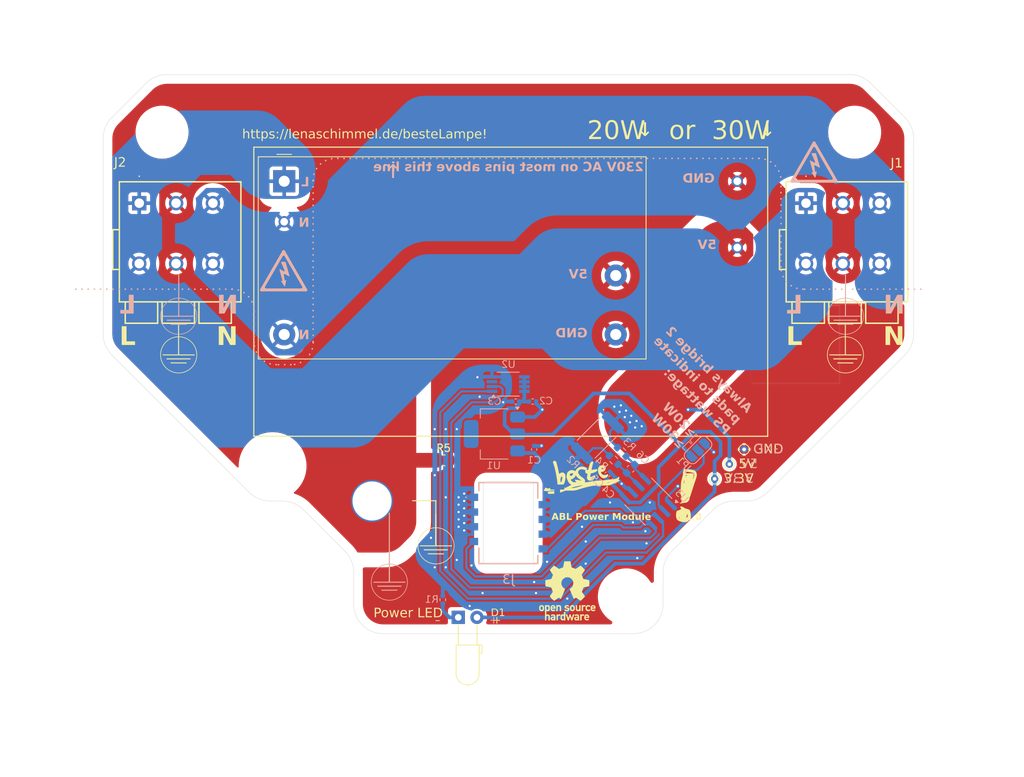
<source format=kicad_pcb>
(kicad_pcb (version 20240108) (generator "pcbnew") (generator_version "8.0")
  (title_block (title "besteLampe! LED Main Module") (date "2024-01-07") (rev "1.0") (comment 1 "See  https://lenaschimmel.de/besteLampe! for the source and more information") (comment 2 "This source describes Open Hardware and is licensed under the CERN-OHL-S v2.") (comment 3 "Copyright 2024 Lena Schimmel <mail@lenaschimmel.de>") (comment 4 "Design for JLCPCB 1-2 Layer Service"))
  (layers (0 "F.Cu" signal) (31 "B.Cu" signal) (34 "B.Paste" user) (35 "F.Paste" user) (36 "B.SilkS" user "B.Silkscreen") (37 "F.SilkS" user "F.Silkscreen") (38 "B.Mask" user) (39 "F.Mask" user) (44 "Edge.Cuts" user))
  (net 0 "")
  (net 1 "GND")
  (net 2 "/L")
  (net 3 "/N")
  (net 4 "+5V")
  (net 5 "Net-(D1-K)")
  (net 6 "Earth_Protective")
  (net 7 "/SDA")
  (net 9 "/5VMSR")
  (net 10 "Net-(JP1-C)")
  (net 11 "+3.3V")
  (net 12 "Net-(U3-IN+)")
  (net 13 "Net-(U3-IN-)")
  (net 14 "/SCL")
  (footprint "TestPoint:TestPoint_THTPad_D1.0mm_Drill0.5mm" (layer "F.Cu") (at 182 90)
    (property "Reference" "TP3" (hide yes))
    (property "Value" "TestPoint")
    (pad "1" thru_hole circle (at 0 0) (size 1 1) (drill 0.5) (layers "*.Cu" "*.Mask") (net 1 "GND"))
  )
  (footprint "LOGO" (layer "F.Cu") (at 165.4 95.625)
    (property "Reference" "G***" (hide yes))
    (property "Value" "LOGO" (hide yes))
  )
  (footprint "LED_THT:LED_D3.0mm_Horizontal_O3.81mm_Z10.0mm" (layer "F.Cu") (at 143.2 112.8)
    (property "Reference" "D1" (at 5.4 -0.6 0) (layer "F.SilkS"))
    (property "Value" "LED")
    (pad "1" thru_hole rect (at 0 0) (size 1.8 1.8) (drill 0.9) (layers "*.Cu" "*.Mask") (net 5 "Net-(D1-K)"))
    (pad "2" thru_hole circle (at 2.54 0) (size 1.8 1.8) (drill 0.9) (layers "*.Cu" "*.Mask") (net 11 "+3.3V"))
  )
  (footprint "MountingHole:MountingHole_5.3mm_M5_DIN965_Pad_TopOnly" (layer "F.Cu") (at 131.5 97 90)
    (property "Reference" "H5" (hide yes))
    (property "Value" "MountingHole_Pad")
    (pad "1" thru_hole circle (at 0 0 90) (size 5.7 5.7) (drill 5.3) (layers "*.Cu" "*.Mask") (net 6 "Earth_Protective"))
    (pad "1" connect circle (at 0 0 90) (size 11 11) (layers "F.Cu" "F.Mask") (net 6 "Earth_Protective") (clearance 2))
  )
  (footprint "IRM-30:IRM-30_MWU" (layer "F.Cu") (at 119.575 53.6)
    (property "Reference" "PS2" (hide yes))
    (property "Value" "IRM-30-5")
    (pad "1" thru_hole circle (at 0 0) (size 1.5494 1.5494) (drill 1.0414) (layers "*.Cu" "*.Mask") (net 2 "/L") (clearance 1.75))
    (pad "2" thru_hole circle (at 0 5.499999) (size 1.5494 1.5494) (drill 1.0414) (layers "*.Cu" "*.Mask") (net 3 "/N") (clearance 1.75))
    (pad "3" thru_hole circle (at 61.500004 9) (size 1.5494 1.5494) (drill 1.0414) (layers "*.Cu" "*.Mask") (net 4 "+5V"))
    (pad "4" thru_hole circle (at 61.500004 0) (size 1.5494 1.5494) (drill 1.0414) (layers "*.Cu" "*.Mask") (net 1 "GND"))
  )
  (footprint "TestPoint:TestPoint_THTPad_D1.0mm_Drill0.5mm" (layer "F.Cu") (at 180 92 90)
    (property "Reference" "TP1" (hide yes))
    (property "Value" "TestPoint")
    (pad "1" thru_hole circle (at 0 0 90) (size 1 1) (drill 0.5) (layers "*.Cu" "*.Mask") (net 4 "+5V"))
  )
  (footprint "MountingHole:MountingHole_3.2mm_M3_DIN965" (layer "F.Cu") (at 118 92.25)
    (property "Reference" "H4" (hide yes))
    (property "Value" "MountingHole")
    (pad "" np_thru_hole circle (at 0 0) (size 3.2 3.2) (drill 3.2) (layers "*.Cu" "*.Mask"))
  )
  (footprint "MountingHole:MountingHole_3.2mm_M3_DIN965" (layer "F.Cu") (at 197 46.95)
    (property "Reference" "H2" (hide yes))
    (property "Value" "MountingHole")
    (pad "" np_thru_hole circle (at 0 0) (size 3.2 3.2) (drill 3.2) (layers "*.Cu" "*.Mask"))
  )
  (footprint "LOGO" (layer "F.Cu") (at 195.75 76.25)
    (property "Reference" "G***" (hide yes))
    (property "Value" "LOGO" (hide yes))
  )
  (footprint "MountingHole:MountingHole_3.2mm_M3_DIN965" (layer "F.Cu") (at 166 110)
    (property "Reference" "H3" (hide yes))
    (property "Value" "MountingHole")
    (pad "" np_thru_hole circle (at 0 0) (size 3.2 3.2) (drill 3.2) (layers "*.Cu" "*.Mask"))
  )
  (footprint "Symbol:OSHW-Logo_7.5x8mm_SilkScreen" (layer "F.Cu") (at 158 109.2)
    (property "Reference" "REF**" (hide yes))
    (property "Value" "OSHW-Logo_7.5x8mm_SilkScreen" (hide yes))
  )
  (footprint "Resistor_SMD:R_0805_2012Metric" (layer "F.Cu") (at 141.205 91.475)
    (property "Reference" "R5" (at 0 -1.65 0) (layer "F.SilkS"))
    (property "Value" "0R")
    (pad "1" smd roundrect (at -0.9125 0) (size 1.025 1.4) (layers "F.Cu" "F.Paste" "F.Mask") (roundrect_rratio 0.243902) (net 6 "Earth_Protective"))
    (pad "2" smd roundrect (at 0.9125 0) (size 1.025 1.4) (layers "F.Cu" "F.Paste" "F.Mask") (roundrect_rratio 0.243902) (net 1 "GND"))
  )
  (footprint "LOGO" (layer "F.Cu") (at 105.25 76.25)
    (property "Reference" "G***" (hide yes))
    (property "Value" "LOGO" (hide yes))
  )
  (footprint "Converter_ACDC:Converter_ACDC_MeanWell_IRM-20-xx_THT" (layer "F.Cu") (at 119.575 53.6)
    (property "Reference" "PS1" (hide yes))
    (property "Value" "IRM-20-5")
    (pad "1" thru_hole rect (at 0 0) (size 3 3) (drill 1.5) (layers "*.Cu" "*.Mask") (net 2 "/L"))
    (pad "2" thru_hole circle (at 0 20.8) (size 3 3) (drill 1.5) (layers "*.Cu" "*.Mask") (net 3 "/N") (clearance 1.75))
    (pad "3" thru_hole circle (at 45 20.8) (size 3 3) (drill 1.5) (layers "*.Cu" "*.Mask") (net 1 "GND"))
    (pad "4" thru_hole circle (at 45 12.8) (size 3 3) (drill 1.5) (layers "*.Cu" "*.Mask") (net 4 "+5V"))
  )
  (footprint "TestPoint:TestPoint_THTPad_D1.0mm_Drill0.5mm" (layer "F.Cu") (at 178 94 90)
    (property "Reference" "TP2" (hide yes))
    (property "Value" "TestPoint")
    (pad "1" thru_hole circle (at 0 0 90) (size 1 1) (drill 0.5) (layers "*.Cu" "*.Mask") (net 11 "+3.3V"))
  )
  (footprint "LOGO" (layer "F.Cu") (at 140.171871 102.165529)
    (property "Reference" "G***" (hide yes))
    (property "Value" "LOGO" (hide yes))
  )
  (footprint "WAGO-2604-1103:26041103" (layer "F.Cu") (at 99.9 56.575)
    (property "Reference" "J2" (at -2.6 -5.475 0) (layer "F.SilkS") (effects (font (size 1.27 1.27) (thickness 0.254))))
    (property "Value" "Screw_Terminal_01x03" (hide yes))
    (pad "1" thru_hole rect (at 0 0) (size 1.95 1.95) (drill 1.3) (layers "*.Cu" "*.Mask") (net 2 "/L") (clearance 1.75))
    (pad "2" thru_hole circle (at 0 8.2) (size 1.95 1.95) (drill 1.3) (layers "*.Cu" "*.Mask") (net 2 "/L") (clearance 1.75))
    (pad "3" thru_hole circle (at 5 0) (size 1.95 1.95) (drill 1.3) (layers "*.Cu" "*.Mask") (net 6 "Earth_Protective"))
    (pad "4" thru_hole circle (at 5 8.2) (size 1.95 1.95) (drill 1.3) (layers "*.Cu" "*.Mask") (net 6 "Earth_Protective"))
    (pad "5" thru_hole circle (at 10 0) (size 1.95 1.95) (drill 1.3) (layers "*.Cu" "*.Mask") (net 3 "/N") (clearance 1.75))
    (pad "6" thru_hole circle (at 10 8.2) (size 1.95 1.95) (drill 1.3) (layers "*.Cu" "*.Mask") (net 3 "/N") (clearance 1.75))
  )
  (footprint "WAGO-2604-1103:26041103" (layer "F.Cu") (at 190.4 56.575)
    (property "Reference" "J1" (at 12.3 -5.375 0) (layer "F.SilkS") (effects (font (size 1.27 1.27) (thickness 0.254))))
    (property "Value" "Screw_Terminal_01x03" (hide yes))
    (pad "1" thru_hole rect (at 0 0) (size 1.95 1.95) (drill 1.3) (layers "*.Cu" "*.Mask") (net 2 "/L") (clearance 1.75))
    (pad "2" thru_hole circle (at 0 8.2) (size 1.95 1.95) (drill 1.3) (layers "*.Cu" "*.Mask") (net 2 "/L") (clearance 1.75))
    (pad "3" thru_hole circle (at 5 0) (size 1.95 1.95) (drill 1.3) (layers "*.Cu" "*.Mask") (net 6 "Earth_Protective"))
    (pad "4" thru_hole circle (at 5 8.2) (size 1.95 1.95) (drill 1.3) (layers "*.Cu" "*.Mask") (net 6 "Earth_Protective"))
    (pad "5" thru_hole circle (at 10 0) (size 1.95 1.95) (drill 1.3) (layers "*.Cu" "*.Mask") (net 3 "/N") (clearance 1.75))
    (pad "6" thru_hole circle (at 10 8.2) (size 1.95 1.95) (drill 1.3) (layers "*.Cu" "*.Mask") (net 3 "/N") (clearance 1.75))
  )
  (footprint "MountingHole:MountingHole_3.2mm_M3_DIN965" (layer "F.Cu") (at 103 46.95)
    (property "Reference" "H1" (hide yes))
    (property "Value" "MountingHole")
    (pad "" np_thru_hole circle (at 0 0) (size 3.2 3.2) (drill 3.2) (layers "*.Cu" "*.Mask"))
  )
  (footprint "Capacitor_SMD:C_0402_1005Metric" (layer "B.Cu") (at 151 83.5)
    (property "Reference" "C3" (at -2.9 0 180) (layer "B.SilkS") (effects (justify mirror)))
    (property "Value" "100n")
    (pad "1" smd roundrect (at -0.48 0) (size 0.56 0.62) (layers "B.Cu" "B.Paste" "B.Mask") (net 1 "GND"))
    (pad "2" smd roundrect (at 0.48 0) (size 0.56 0.62) (layers "B.Cu" "B.Paste" "B.Mask") (net 11 "+3.3V"))
  )
  (footprint "Capacitor_SMD:C_0402_1005Metric" (layer "B.Cu") (at 153.5 90 90)
    (property "Reference" "C1" (at -1.5 0 180) (layer "B.SilkS") (effects (justify mirror)))
    (property "Value" "10u")
    (pad "1" smd roundrect (at -0.48 0 90) (size 0.56 0.62) (layers "B.Cu" "B.Paste" "B.Mask") (net 9 "/5VMSR"))
    (pad "2" smd roundrect (at 0.48 0 90) (size 0.56 0.62) (layers "B.Cu" "B.Paste" "B.Mask") (net 1 "GND"))
  )
  (footprint "LOGO" (layer "B.Cu") (at 105.25 71 180)
    (property "Reference" "G***" (hide yes))
    (property "Value" "LOGO" (hide yes))
  )
  (footprint "Symbol:Symbol_HighVoltage_Triangle_6x6mm_Copper" (layer "B.Cu") (at 191.5 51 180)
    (property "Reference" "REF**" (hide yes))
    (property "Value" "Symbol_HighVoltage_Triangle_6x6mm_Copper" (hide yes))
  )
  (footprint "LOGO" (layer "B.Cu") (at 133.845094 107.098185 180)
    (property "Reference" "G***" (hide yes))
    (property "Value" "LOGO" (hide yes))
  )
  (footprint "Package_SO:SOIC-8_3.9x4.9mm_P1.27mm" (layer "B.Cu") (at 169 97.082842 135)
    (property "Reference" "U3" (at -2.65165 3.712311 -45) (layer "B.SilkS") (effects (justify mirror)))
    (property "Value" "INA219AxD")
    (pad "1" smd roundrect (at -2.475 1.905 135) (size 1.95 0.6) (layers "B.Cu" "B.Paste" "B.Mask") (net 1 "GND"))
    (pad "2" smd roundrect (at -2.475 0.635 135) (size 1.95 0.6) (layers "B.Cu" "B.Paste" "B.Mask") (net 10 "Net-(JP1-C)"))
    (pad "3" smd roundrect (at -2.475 -0.635 135) (size 1.95 0.6) (layers "B.Cu" "B.Paste" "B.Mask") (net 7 "/SDA"))
    (pad "4" smd roundrect (at -2.475 -1.905 135) (size 1.95 0.6) (layers "B.Cu" "B.Paste" "B.Mask") (net 14 "/SCL"))
    (pad "5" smd roundrect (at 2.475 -1.905 135) (size 1.95 0.6) (layers "B.Cu" "B.Paste" "B.Mask") (net 11 "+3.3V"))
    (pad "6" smd roundrect (at 2.475 -0.635 135) (size 1.95 0.6) (layers "B.Cu" "B.Paste" "B.Mask") (net 1 "GND"))
    (pad "7" smd roundrect (at 2.475 0.635 135) (size 1.95 0.6) (layers "B.Cu" "B.Paste" "B.Mask") (net 13 "Net-(U3-IN-)"))
    (pad "8" smd roundrect (at 2.475 1.905 135) (size 1.95 0.6) (layers "B.Cu" "B.Paste" "B.Mask") (net 12 "Net-(U3-IN+)"))
  )
  (footprint "Jumper:SolderJumper-3_P1.3mm_Open_RoundedPad1.0x1.5mm" (layer "B.Cu") (at 175.75 90.082842 45)
    (property "Reference" "JP1" (at -2.769849 -0.058578 135) (layer "B.SilkS") (effects (justify mirror)))
    (property "Value" "SolderJumper_3_Bridged12")
    (pad "1" smd custom (at -1.3 0 45) (size 1 0.5) (layers "B.Cu" "B.Mask") (net 11 "+3.3V") (options (clearance outline) (anchor rect)) (primitives (gr_circle (center 0 -0.25) (end 0.5 -0.25) (width 0) (fill yes)) (gr_circle (center 0 0.25) (end 0.5 0.25) (width 0) (fill yes)) (gr_poly (pts (xy 0.55 -0.75) (xy 0 -0.75) (xy 0 0.75) (xy 0.55 0.75)) (width 0) (fill yes))))
    (pad "2" smd rect (at 0 0 45) (size 1 1.5) (layers "B.Cu" "B.Mask") (net 10 "Net-(JP1-C)"))
    (pad "3" smd custom (at 1.3 0 45) (size 1 0.5) (layers "B.Cu" "B.Mask") (net 1 "GND") (options (clearance outline) (anchor rect)) (primitives (gr_circle (center 0 -0.25) (end 0.5 -0.25) (width 0) (fill yes)) (gr_circle (center 0 0.25) (end 0.5 0.25) (width 0) (fill yes)) (gr_poly (pts (xy 0 -0.75) (xy -0.55 -0.75) (xy -0.55 0.75) (xy 0 0.75)) (width 0) (fill yes))))
  )
  (footprint "Capacitor_SMD:C_0603_1608Metric" (layer "B.Cu") (at 166.6 92.632842 -135)
    (property "Reference" "C6" (at -2.192031 -0.070711 -45) (layer "B.SilkS") (effects (justify mirror)))
    (property "Value" "1uF")
    (pad "1" smd roundrect (at -0.775 0 225) (size 0.9 0.95) (layers "B.Cu" "B.Paste" "B.Mask") (net 12 "Net-(U3-IN+)"))
    (pad "2" smd roundrect (at 0.775 0 225) (size 0.9 0.95) (layers "B.Cu" "B.Paste" "B.Mask") (net 13 "Net-(U3-IN-)"))
  )
  (footprint "Package_SO:VSSOP-8_3.0x3.0mm_P0.65mm" (layer "B.Cu") (at 149.975 81.139999)
    (property "Reference" "U2" (at 0.025 -2.639999 0) (layer "B.SilkS") (effects (justify mirror)))
    (property "Value" "TMP1075D")
    (pad "1" smd rect (at -2.2 0.975 90) (size 0.45 1.45) (layers "B.Cu" "B.Paste" "B.Mask") (net 7 "/SDA"))
    (pad "2" smd rect (at -2.2 0.325 90) (size 0.45 1.45) (layers "B.Cu" "B.Paste" "B.Mask") (net 14 "/SCL"))
    (pad "3" smd rect (at -2.2 -0.325 90) (size 0.45 1.45) (layers "B.Cu" "B.Paste" "B.Mask"))
    (pad "4" smd rect (at -2.2 -0.975 90) (size 0.45 1.45) (layers "B.Cu" "B.Paste" "B.Mask") (net 1 "GND"))
    (pad "5" smd rect (at 2.2 -0.975 90) (size 0.45 1.45) (layers "B.Cu" "B.Paste" "B.Mask") (net 11 "+3.3V"))
    (pad "6" smd rect (at 2.2 -0.325 90) (size 0.45 1.45) (layers "B.Cu" "B.Paste" "B.Mask") (net 11 "+3.3V"))
    (pad "7" smd rect (at 2.2 0.325 90) (size 0.45 1.45) (layers "B.Cu" "B.Paste" "B.Mask") (net 11 "+3.3V"))
    (pad "8" smd rect (at 2.2 0.975 90) (size 0.45 1.45) (layers "B.Cu" "B.Paste" "B.Mask") (net 11 "+3.3V"))
  )
  (footprint "LOGO" (layer "B.Cu") (at 195.75 71 180)
    (property "Reference" "G***" (hide yes))
    (property "Value" "LOGO" (hide yes))
  )
  (footprint "Capacitor_SMD:C_0402_1005Metric" (layer "B.Cu") (at 163.45 93.382842 -135)
    (property "Reference" "C5" (at 1.697056 0.353553 135) (layer "B.SilkS") (effects (justify mirror)))
    (property "Value" "100n")
    (pad "1" smd roundrect (at -0.48 0 225) (size 0.56 0.62) (layers "B.Cu" "B.Paste" "B.Mask") (net 1 "GND"))
    (pad "2" smd roundrect (at 0.48 0 225) (size 0.56 0.62) (layers "B.Cu" "B.Paste" "B.Mask") (net 11 "+3.3V"))
  )
  (footprint "Capacitor_SMD:C_0402_1005Metric" (layer "B.Cu") (at 153.3 83.5 180)
    (property "Reference" "C2" (at -1.8 0.028963 180) (layer "B.SilkS") (effects (justify mirror)))
    (property "Value" "10u")
    (pad "1" smd roundrect (at -0.48 0 180) (size 0.56 0.62) (layers "B.Cu" "B.Paste" "B.Mask") (net 1 "GND"))
    (pad "2" smd roundrect (at 0.48 0 180) (size 0.56 0.62) (layers "B.Cu" "B.Paste" "B.Mask") (net 11 "+3.3V"))
  )
  (footprint "Symbol:Symbol_HighVoltage_Triangle_6x6mm_Copper" (layer "B.Cu") (at 119.5 65.75 180)
    (property "Reference" "REF**" (hide yes))
    (property "Value" "Symbol_HighVoltage_Triangle_6x6mm_Copper" (hide yes))
  )
  (footprint "009159008603906:009159008603906" (layer "B.Cu") (at 150 100 -90)
    (property "Reference" "J3" (at 7.7 0 180) (layer "B.SilkS") (effects (font (size 1.27 1.27) (thickness 0.254)) (justify mirror)))
    (property "Value" "009159008603906" (hide yes))
    (pad "1" smd rect (at -3.5 4.7 270) (size 1 1.2) (layers "B.Cu" "B.Paste" "B.Mask") (net 1 "GND"))
    (pad "2" smd rect (at -2.5 -4.7 270) (size 1 1.2) (layers "B.Cu" "B.Paste" "B.Mask") (net 9 "/5VMSR"))
    (pad "3" smd rect (at -1.5 4.7 270) (size 1 1.2) (layers "B.Cu" "B.Paste" "B.Mask") (net 1 "GND"))
    (pad "4" smd rect (at -0.5 -4.7 270) (size 1 1.2) (layers "B.Cu" "B.Paste" "B.Mask") (net 9 "/5VMSR"))
    (pad "5" smd rect (at 0.5 4.7 270) (size 1 1.2) (layers "B.Cu" "B.Paste" "B.Mask") (net 1 "GND"))
    (pad "6" smd rect (at 1.5 -4.7 270) (size 1 1.2) (layers "B.Cu" "B.Paste" "B.Mask") (net 9 "/5VMSR"))
    (pad "7" smd rect (at 2.5 4.7 270) (size 1 1.2) (layers "B.Cu" "B.Paste" "B.Mask") (net 14 "/SCL"))
    (pad "8" smd rect (at 3.5 -4.7 270) (size 1 1.2) (layers "B.Cu" "B.Paste" "B.Mask") (net 7 "/SDA"))
  )
  (footprint "Package_TO_SOT_SMD:SOT-223" (layer "B.Cu") (at 148.1 87.9 180)
    (property "Reference" "U1" (at 0.1 -4.35 180) (layer "B.SilkS") (effects (justify mirror)))
    (property "Value" "TWGMC AMS1117-3.3")
    (pad "1" smd roundrect (at -3.15 2.3 180) (size 2 1.5) (layers "B.Cu" "B.Paste" "B.Mask") (net 1 "GND"))
    (pad "2" smd roundrect (at -3.15 0 180) (size 2 1.5) (layers "B.Cu" "B.Paste" "B.Mask") (net 11 "+3.3V"))
    (pad "3" smd roundrect (at -3.15 -2.3 180) (size 2 1.5) (layers "B.Cu" "B.Paste" "B.Mask") (net 9 "/5VMSR"))
    (pad "4" smd roundrect (at 3.15 0 180) (size 2 3.8) (layers "B.Cu" "B.Paste" "B.Mask"))
  )
  (footprint "Resistor_SMD:R_0603_1608Metric" (layer "B.Cu") (at 164.3 91.432842 -45)
    (property "Reference" "R4" (at -0.848528 1.555635 135) (layer "B.SilkS") (effects (justify mirror)))
    (property "Value" "0R")
    (pad "1" smd roundrect (at -0.825 0 315) (size 0.8 0.95) (layers "B.Cu" "B.Paste" "B.Mask") (net 9 "/5VMSR"))
    (pad "2" smd roundrect (at 0.825 0 315) (size 0.8 0.95) (layers "B.Cu" "B.Paste" "B.Mask") (net 13 "Net-(U3-IN-)"))
  )
  (footprint "Resistor_SMD:R_2512_6332Metric" (layer "B.Cu") (at 162.1 88.432842 -135)
    (property "Reference" "R2" (at 4.714393 0.023223 135) (layer "B.SilkS") (effects (justify mirror)))
    (property "Value" "2mR")
    (pad "1" smd roundrect (at -2.9625 0 225) (size 1.225 3.35) (layers "B.Cu" "B.Paste" "B.Mask") (roundrect_rratio 0.204082) (net 4 "+5V"))
    (pad "2" smd roundrect (at 2.9625 0 225) (size 1.225 3.35) (layers "B.Cu" "B.Paste" "B.Mask") (roundrect_rratio 0.204082) (net 9 "/5VMSR"))
  )
  (footprint "Resistor_SMD:R_0402_1005Metric" (layer "B.Cu") (at 141.1 110.4 90)
    (property "Reference" "R1" (at 0 -1.5 0) (layer "B.SilkS") (effects (justify mirror)))
    (property "Value" "2.2kR")
    (pad "1" smd roundrect (at -0.509999 0 90) (size 0.54 0.64) (layers "B.Cu" "B.Paste" "B.Mask") (net 5 "Net-(D1-K)"))
    (pad "2" smd roundrect (at 0.509999 0 90) (size 0.54 0.64) (layers "B.Cu" "B.Paste" "B.Mask") (net 1 "GND"))
  )
  (footprint "Resistor_SMD:R_0603_1608Metric" (layer "B.Cu") (at 165.4 90.332842 -45)
    (property "Reference" "R3" (at 0 -1.414214 135) (layer "B.SilkS") (effects (justify mirror)))
    (property "Value" "0R")
    (pad "1" smd roundrect (at -0.825 0 315) (size 0.8 0.95) (layers "B.Cu" "B.Paste" "B.Mask") (net 4 "+5V"))
    (pad "2" smd roundrect (at 0.825 0 315) (size 0.8 0.95) (layers "B.Cu" "B.Paste" "B.Mask") (net 12 "Net-(U3-IN+)"))
  )
  (footprint "Capacitor_SMD:C_0402_1005Metric" (layer "B.Cu") (at 164.35 94.282842 -135)
    (property "Reference" "C4" (at 1.697056 -0.494975 135) (layer "B.SilkS") (effects (justify mirror)))
    (property "Value" "10u")
    (pad "1" smd roundrect (at -0.48 0 225) (size 0.56 0.62) (layers "B.Cu" "B.Paste" "B.Mask") (net 1 "GND"))
    (pad "2" smd roundrect (at 0.48 0 225) (size 0.56 0.62) (layers "B.Cu" "B.Paste" "B.Mask") (net 11 "+3.3V"))
  )
  (gr_line (start 120.5 78.5) (end 118.5 78.5) (stroke (width 0.2) (type dot)) (layer "B.SilkS"))
  (gr_arc (start 112.5 68.25) (mid 114.62132 69.12868) (end 115.5 71.25) (stroke (width 0.2) (type dot)) (layer "B.SilkS"))
  (gr_arc (start 190 68.25) (mid 187.87868 67.37132) (end 187 65.25) (stroke (width 0.2) (type dot)) (layer "B.SilkS"))
  (gr_line (start 195.27 68.25) (end 190 68.25) (stroke (width 0.2) (type dot)) (layer "B.SilkS"))
  (gr_line (start 105.263903 67.581733) (end 105.263903 66.2) (stroke (width 0.135)) (layer "B.SilkS"))
  (gr_arc (start 123.5 75.5) (mid 122.62132 77.62132) (end 120.5 78.5) (stroke (width 0.2) (type dot)) (layer "B.SilkS"))
  (gr_line (start 174.475 88.925) (end 173.625 89.775) (stroke (width 0.1)) (layer "B.SilkS"))
  (gr_line (start 175.825 88.275) (end 175.475 87.925) (stroke (width 0.1)) (layer "B.SilkS"))
  (gr_arc (start 184 50.5) (mid 186.12132 51.37868) (end 187 53.5) (stroke (width 0.2) (type dot)) (layer "B.SilkS"))
  (gr_line (start 174.825 89.275) (end 174.475 88.925) (stroke (width 0.1)) (layer "B.SilkS"))
  (gr_line (start 195.76 67.7) (end 195.76 66.318267) (stroke (width 0.135)) (layer "B.SilkS"))
  (gr_line (start 173.975 90.125) (end 173.625 89.775) (stroke (width 0.1)) (layer "B.SilkS"))
  (gr_line (start 174.975 89.125) (end 174.625 88.775) (stroke (width 0.1)) (layer "B.SilkS"))
  (gr_line (start 133.845094 107.898185) (end 133.845094 98.65) (stroke (width 0.14)) (layer "B.SilkS"))
  (gr_line (start 115.5 75.5) (end 115.5 71.25) (stroke (width 0.2) (type dot)) (layer "B.SilkS"))
  (gr_line (start 123.5 53.5) (end 123.5 75.5) (stroke (width 0.2) (type dot)) (layer "B.SilkS"))
  (gr_line (start 206 68.25) (end 196.33 68.25) (stroke (width 0.2) (type dot)) (layer "B.SilkS"))
  (gr_line (start 112.5 68.25) (end 105.75 68.25) (stroke (width 0.2) (type dot)) (layer "B.SilkS"))
  (gr_line (start 187 65.25) (end 187 53.5) (stroke (width 0.2) (type dot)) (layer "B.SilkS"))
  (gr_arc (start 123.5 53.5) (mid 124.37868 51.37868) (end 126.5 50.5) (stroke (width 0.2) (type dot)) (layer "B.SilkS"))
  (gr_arc (start 118.5 78.5) (mid 116.37868 77.62132) (end 115.5 75.5) (stroke (width 0.2) (type dot)) (layer "B.SilkS"))
  (gr_line (start 184 50.5) (end 126.5 50.5) (stroke (width 0.2) (type dot)) (layer "B.SilkS"))
  (gr_line (start 175.475 87.925) (end 174.625 88.775) (stroke (width 0.1)) (layer "B.SilkS"))
  (gr_line (start 104.75 68.25) (end 91 68.25) (stroke (width 0.2) (type dot)) (layer "B.SilkS"))
  (gr_line (start 140.15 96.965529) (end 140.15 102.95) (stroke (width 0.14)) (layer "F.SilkS"))
  (gr_line (start 140.15 96.965529) (end 137 96.965529) (stroke (width 0.14)) (layer "F.SilkS"))
  (gr_arc (start 100.828437 40.293136) (mid 102.126126 39.426055) (end 103.656854 39.121573) (stroke (width 0.05)) (layer "Edge.Cuts"))
  (gr_arc (start 203.828514 44.950087) (mid 204.700392 46.259479) (end 205 47.803798) (stroke (width 0.05)) (layer "Edge.Cuts"))
  (gr_arc (start 177.8284 98.1716) (mid 179.11751 97.308056) (end 180.638238 97) (stroke (width 0.05)) (layer "Edge.Cuts"))
  (gr_arc (start 185.1716 95.8284) (mid 183.865256 96.699083) (end 182.324453 97) (stroke (width 0.05)) (layer "Edge.Cuts"))
  (gr_arc (start 171 106.657) (mid 171.302426 105.131181) (end 172.163954 103.836046) (stroke (width 0.05)) (layer "Edge.Cuts"))
  (gr_line (start 177.8284 98.1716) (end 172.163954 103.836046) (stroke (width 0.05)) (layer "Edge.Cuts"))
  (gr_line (start 129 106.67899) (end 129 111) (stroke (width 0.05)) (layer "Edge.Cuts"))
  (gr_line (start 127.8284 103.8284) (end 122.171573 98.171573) (stroke (width 0.05)) (layer "Edge.Cuts"))
  (gr_arc (start 152.9 94.4) (mid 153.253553 94.546447) (end 153.4 94.9) (stroke (width 0.05)) (layer "Edge.Cuts"))
  (gr_arc (start 117.6569 97) (mid 116.126151 96.695512) (end 114.828427 95.828427) (stroke (width 0.05)) (layer "Edge.Cuts"))
  (gr_line (start 96.177935 44.943638) (end 100.828437 40.293136) (stroke (width 0.05)) (layer "Edge.Cuts"))
  (gr_line (start 153.4 94.9) (end 153.4 105.1) (stroke (width 0.05)) (layer "Edge.Cuts"))
  (gr_line (start 205 47.803798) (end 205 74.343) (stroke (width 0.05)) (layer "Edge.Cuts"))
  (gr_line (start 182.324453 97) (end 180.638238 97) (stroke (width 0.05)) (layer "Edge.Cuts"))
  (gr_arc (start 205 74.343) (mid 204.693454 75.878768) (end 203.820817 77.179183) (stroke (width 0.05)) (layer "Edge.Cuts"))
  (gr_line (start 152.9 105.6) (end 147.1 105.6) (stroke (width 0.05)) (layer "Edge.Cuts"))
  (gr_arc (start 95 47.77846) (mid 95.306206 46.243555) (end 96.177935 44.943638) (stroke (width 0.05)) (layer "Edge.Cuts"))
  (gr_line (start 95 74.324238) (end 95 47.77846) (stroke (width 0.05)) (layer "Edge.Cuts"))
  (gr_line (start 114.828427 95.828427) (end 96.1716 77.1716) (stroke (width 0.05)) (layer "Edge.Cuts"))
  (gr_arc (start 146.6 94.9) (mid 146.746447 94.546447) (end 147.1 94.4) (stroke (width 0.05)) (layer "Edge.Cuts"))
  (gr_line (start 146.6 105.1) (end 146.6 94.9) (stroke (width 0.05)) (layer "Edge.Cuts"))
  (gr_line (start 167 115) (end 133 115) (stroke (width 0.05)) (layer "Edge.Cuts"))
  (gr_line (start 199.186047 40.30762) (end 203.828514 44.950087) (stroke (width 0.05)) (layer "Edge.Cuts"))
  (gr_arc (start 96.1716 77.1716) (mid 95.300897 75.865151) (end 95 74.324238) (stroke (width 0.05)) (layer "Edge.Cuts"))
  (gr_arc (start 147.1 105.6) (mid 146.746447 105.453553) (end 146.6 105.1) (stroke (width 0.05)) (layer "Edge.Cuts"))
  (gr_line (start 203.820817 77.179183) (end 185.1716 95.8284) (stroke (width 0.05)) (layer "Edge.Cuts"))
  (gr_arc (start 153.4 105.1) (mid 153.253553 105.453553) (end 152.9 105.6) (stroke (width 0.05)) (layer "Edge.Cuts"))
  (gr_arc (start 171 111) (mid 169.828427 113.828427) (end 167 115) (stroke (width 0.05)) (layer "Edge.Cuts"))
  (gr_arc (start 196.343 39.121573) (mid 197.883267 39.429966) (end 199.186047 40.30762) (stroke (width 0.05)) (layer "Edge.Cuts"))
  (gr_arc (start 133 115) (mid 130.171573 113.828427) (end 129 111) (stroke (width 0.05)) (layer "Edge.Cuts"))
  (gr_line (start 103.656854 39.121573) (end 196.343 39.121573) (stroke (width 0.05)) (layer "Edge.Cuts"))
  (gr_line (start 119.3431 97) (end 117.6569 97) (stroke (width 0.05)) (layer "Edge.Cuts"))
  (gr_line (start 147.1 94.4) (end 152.9 94.4) (stroke (width 0.05)) (layer "Edge.Cuts"))
  (gr_arc (start 119.3431 97) (mid 120.873849 97.304488) (end 122.171573 98.171573) (stroke (width 0.05)) (layer "Edge.Cuts"))
  (gr_line (start 171 106.657) (end 171 111) (stroke (width 0.05)) (layer "Edge.Cuts"))
  (gr_arc (start 127.8284 103.8284) (mid 128.699738 105.136337) (end 129 106.67899) (stroke (width 0.05)) (layer "Edge.Cuts"))
  (gr_text "5V" (at 178.25 63 0) (layer "B.SilkS") (effects (font (size 1.25 1.25) (thickness 0.3) (bold yes)) (justify left bottom mirror)))
  (gr_text "3.3V" (at 179.25 94.75 -0) (layer "B.SilkS") (effects (font (size 1.27 1.27) (thickness 0.15875)) (justify right bottom mirror)))
  (gr_text "GND" (at 160.75 75 0) (layer "B.SilkS") (effects (font (size 1.25 1.25) (thickness 0.3) (bold yes)) (justify left bottom mirror)))
  (gr_text "N" (at 123 75.25 0) (layer "B.SilkS") (effects (font (size 1.25 1.25) (thickness 0.3) (bold yes)) (justify left bottom mirror)))
  (gr_text "GND" (at 183.25 90.75 -0) (layer "B.SilkS") (effects (font (size 1.27 1.27) (thickness 0.15875)) (justify right bottom mirror)))
  (gr_text "-" (at 140.8 113.8 -0) (layer "B.SilkS") (effects (font (size 1 1) (thickness 0.1)) (justify left bottom mirror)))
  (gr_text "N" (at 123 60 0) (layer "B.SilkS") (effects (font (size 1.25 1.25) (thickness 0.3) (bold yes)) (justify left bottom mirror)))
  (gr_text "L" (at 123 54.5 0) (layer "B.SilkS") (effects (font (size 1.25 1.25) (thickness 0.3) (bold yes)) (justify left bottom mirror)))
  (gr_text "≥" (at 173 90.082842 315) (layer "B.SilkS") (effects (font (size 1.25 1.25) (thickness 0.3) (bold yes)) (justify left bottom mirror)))
  (gr_text "N         L" (at 195.785702 71.985947 0) (layer "B.SilkS") (effects (font (size 2.5 2.5) (thickness 0.3) (bold yes)) (justify bottom mirror)))
  (gr_text "5V" (at 160.75 67 0) (layer "B.SilkS") (effects (font (size 1.25 1.25) (thickness 0.3) (bold yes)) (justify left bottom mirror)))
  (gr_text "20W" (at 173.75 87.582842 315) (layer "B.SilkS") (effects (font (size 1.25 1.25) (thickness 0.3) (bold yes)) (justify left bottom mirror)))
  (gr_text "230V AC on most pins above this line" (at 150 52.45 0) (layer "B.SilkS") (effects (font (size 1.25 1.25) (thickness 0.1) (bold yes)) (justify bottom mirror)))
  (gr_text "↓" (at 133.3 50.85 180) (layer "B.SilkS") (effects (font (size 2.5 2.5) (thickness 0.4375)) (justify left bottom mirror)))
  (gr_text "Always bridge 2\npads to indicate \nPS wattage:" (at 179.25 88.25 315) (layer "B.SilkS") (effects (font (size 1.25 1.25) (thickness 0.3) (bold yes)) (justify left bottom mirror)))
  (gr_text "+" (at 148.6 113.8 -0) (layer "B.SilkS") (effects (font (size 1 1) (thickness 0.1)) (justify left bottom mirror)))
  (gr_text "≥" (at 174.5 88.582842 315) (layer "B.SilkS") (effects (font (size 1.25 1.25) (thickness 0.3) (bold yes)) (justify left bottom mirror)))
  (gr_text "30W" (at 172.25 89.082842 315) (layer "B.SilkS") (effects (font (size 1.25 1.25) (thickness 0.3) (bold yes)) (justify left bottom mirror)))
  (gr_text "5V" (at 181.5 92.75 -0) (layer "B.SilkS") (effects (font (size 1.27 1.27) (thickness 0.15875)) (justify right bottom mirror)))
  (gr_text "GND" (at 178 54 0) (layer "B.SilkS") (effects (font (size 1.25 1.25) (thickness 0.3) (bold yes)) (justify left bottom mirror)))
  (gr_text "N         L" (at 105.285702 71.985947 0) (layer "B.SilkS") (effects (font (size 2.5 2.5) (thickness 0.3) (bold yes)) (justify bottom mirror)))
  (gr_text "L         N" (at 195.75 76.25 0) (layer "F.SilkS") (effects (font (size 2.5 2.5) (thickness 0.3) (bold yes)) (justify bottom)))
  (gr_text "GND" (at 183.25 90.75 0) (layer "F.SilkS") (effects (font (size 1.27 1.27) (thickness 0.15875)) (justify left bottom)))
  (gr_text "20W" (at 160.7 48.3 0) (layer "F.SilkS") (effects (font (size 2.5 2.5) (thickness 0.4375)) (justify left bottom)))
  (gr_text "https://lenaschimmel.de/besteLampe!" (at 130.5 48 0) (layer "F.SilkS") (effects (font (size 1.25 1.25) (thickness 0.2)) (justify bottom)))
  (gr_text "or" (at 171.8 48.3 0) (layer "F.SilkS") (effects (font (size 2.5 2.5) (thickness 0.4375)) (justify left bottom)))
  (gr_text "↓" (at 167.5 47.9 0) (layer "F.SilkS") (effects (font (size 2.5 2.5) (thickness 0.4375)) (justify left bottom)))
  (gr_text "L         N" (at 105.25 76.25 0) (layer "F.SilkS") (effects (font (size 2.5 2.5) (thickness 0.3) (bold yes)) (justify bottom)))
  (gr_text "+" (at 147.85 113.8 0) (layer "F.SilkS") (effects (font (size 1 1) (thickness 0.1)) (justify left bottom)))
  (gr_text "5V" (at 181.25 92.75 0) (layer "F.SilkS") (effects (font (size 1.27 1.27) (thickness 0.15875)) (justify left bottom)))
  (gr_text "Power LED" (at 136.4 113 0) (layer "F.SilkS") (effects (font (size 1.27 1.27) (thickness 0.15875)) (justify bottom)))
  (gr_text "ABL Power Module        V1.0" (at 155.85 99.725 0) (layer "F.SilkS") (effects (font (size 0.92 0.92) (thickness 0.2) (bold yes)) (justify left bottom)))
  (gr_text "-" (at 140.05 113.8 0) (layer "F.SilkS") (effects (font (size 1 1) (thickness 0.1)) (justify left bottom)))
  (gr_text "30W" (at 177.6 48.3 0) (layer "F.SilkS") (effects (font (size 2.5 2.5) (thickness 0.4375)) (justify left bottom)))
  (gr_text "3.3V" (at 179.25 94.75 0) (layer "F.SilkS") (effects (font (size 1.27 1.27) (thickness 0.15875)) (justify left bottom)))
  (gr_text "↓" (at 184.1 47.9 0) (layer "F.SilkS") (effects (font (size 2.5 2.5) (thickness 0.4375)) (justify left bottom)))
  (via (at 155.25 105.25) (size 0.6) (drill 0.3) (layers "F.Cu" "B.Cu") (net 1))
  (via (at 143.25 98.5) (size 0.6) (drill 0.3) (layers "F.Cu" "B.Cu") (net 1))
  (via (at 168.6 101.1) (size 0.6) (drill 0.3) (layers "F.Cu" "B.Cu") (net 1))
  (via (at 143.25 97.5) (size 0.6) (drill 0.3) (layers "F.Cu" "B.Cu") (net 1))
  (via (at 165.375 94.657842) (size 0.6) (drill 0.3) (layers "F.Cu" "B.Cu") (net 1))
  (via (at 160.5 102.5) (size 0.6) (drill 0.3) (layers "F.Cu" "B.Cu") (net 1))
  (via (at 173 95) (size 0.6) (drill 0.3) (layers "F.Cu" "B.Cu") (net 1))
  (via (at 145.8 80.2) (size 0.6) (drill 0.3) (layers "F.Cu" "B.Cu") (net 1))
  (via (at 144.75 111.25) (size 0.6) (drill 0.3) (layers "F.Cu" "B.Cu") (net 1))
  (via (at 141.5 106) (size 0.6) (drill 0.3) (layers "F.Cu" "B.Cu") (net 1))
  (via (at 146.1 82.85) (size 0.6) (drill 0.3) (layers "F.Cu" "B.Cu") (net 1))
  (via (at 177.877818 90.372182) (size 0.6) (drill 0.3) (layers "F.Cu" "B.Cu") (net 1))
  (via (at 146.5 109.5) (size 0.6) (drill 0.3) (layers "F.Cu" "B.Cu") (net 1))
  (via (at 158 110.25) (size 0.6) (drill 0.3) (layers "F.Cu" "B.Cu") (net 1))
  (via (at 140 93.5) (size 0.6) (drill 0.3) (layers "F.Cu" "B.Cu") (net 1))
  (via (at 149.3 83.6) (size 0.6) (drill 0.3) (layers "F.Cu" "B.Cu") (net 1))
  (via (at 143.25 96.5) (size 0.6) (drill 0.3) (layers "F.Cu" "B.Cu") (net 1))
  (via (at 160 100.5) (size 0.6) (drill 0.3) (layers "F.Cu" "B.Cu") (net 1))
  (via (at 169.2 97.2) (size 0.6) (drill 0.3) (layers "F.Cu" "B.Cu") (net 1))
  (via (at 143 87.25) (size 0.6) (drill 0.3) (layers "F.Cu" "B.Cu") (net 1))
  (via (at 160.5 105.5) (size 0.6) (drill 0.3) (layers "F.Cu" "B.Cu") (net 1))
  (via (at 140 106) (size 0.6) (drill 0.3) (layers "F.Cu" "B.Cu") (net 1))
  (via (at 144 96) (size 0.6) (drill 0.3) (layers "F.Cu" "B.Cu") (net 1))
  (via (at 166.9 99.9) (size 0.6) (drill 0.3) (layers "F.Cu" "B.Cu") (net 1))
  (via (at 153.75 109.5) (size 0.6) (drill 0.3) (layers "F.Cu" "B.Cu") (net 1))
  (via (at 154.5 89.5) (size 0.6) (drill 0.3) (layers "F.Cu" "B.Cu") (net 1))
  (via (at 154.6 84.6) (size 0.6) (drill 0.3) (layers "F.Cu" "B.Cu") (net 1))
  (via (at 144 99) (size 0.6) (drill 0.3) (layers "F.Cu" "B.Cu") (net 1))
  (via (at 143 105) (size 0.6) (drill 0.3) (layers "F.Cu" "B.Cu") (net 1))
  (via (at 144 98) (size 0.6) (drill 0.3) (layers "F.Cu" "B.Cu") (net 1))
  (via (at 153.5 108) (size 0.6) (drill 0.3) (layers "F.Cu" "B.Cu") (net 1))
  (via (at 143.25 99.5) (size 0.6) (drill 0.3) (layers "F.Cu" "B.Cu") (net 1))
  (via (at 145 105.75) (size 0.6) (drill 0.3) (layers "F.Cu" "B.Cu") (net 1))
  (via (at 144 97) (size 0.6) (drill 0.3) (layers "F.Cu" "B.Cu") (net 1))
  (via (at 163.8 97.2) (size 0.6) (drill 0.3) (layers "F.Cu" "B.Cu") (net 1))
  (via (at 144 101) (size 0.6) (drill 0.3) (layers "F.Cu" "B.Cu") (net 1))
  (via (at 144 100) (size 0.6) (drill 0.3) (layers "F.Cu" "B.Cu") (net 1))
  (via (at 139.5 102) (size 0.6) (drill 0.3) (layers "F.Cu" "B.Cu") (net 1))
  (via (at 140 87.25) (size 0.6) (drill 0.3) (layers "F.Cu" "B.Cu") (net 1))
  (via (at 141.5 96.5) (size 0.6) (drill 0.3) (layers "F.Cu" "B.Cu") (net 1))
  (via (at 143.25 100.5) (size 0.6) (drill 0.3) (layers "F.Cu" "B.Cu") (net 1))
  (via (at 167.5 104.75) (size 0.6) (drill 0.3) (layers "F.Cu" "B.Cu") (net 1))
  (via (at 141.5 87.25) (size 0.6) (drill 0.3) (layers "F.Cu" "B.Cu") (net 1))
  (via (at 168.75 102.75) (size 0.6) (drill 0.3) (layers "F.Cu" "B.Cu") (net 1))
  (segment (start 165.998924 95.281766) (end 166.234701 95.281766) (width 0.5) (layer "B.Cu") (net 1))
  (segment (start 145.8 80.2) (end 145.860001 80.139999) (width 0.5) (layer "B.Cu") (net 1))
  (segment (start 154.48 89.52) (end 154.5 89.5) (width 0.5) (layer "B.Cu") (net 1))
  (segment (start 149.4 83.5) (end 149.3 83.6) (width 0.5) (layer "B.Cu") (net 1))
  (segment (start 153.78 83.5) (end 153.78 83.78) (width 0.5) (layer "B.Cu") (net 1))
  (segment (start 154.6 84.6) (end 153.6 85.6) (width 0.5) (layer "B.Cu") (net 1))
  (segment (start 171.4 96.6) (end 171.4 96.788765) (width 0.3) (layer "B.Cu") (net 1))
  (segment (start 153.6 85.6) (end 151.25 85.6) (width 0.5) (layer "B.Cu") (net 1))
  (segment (start 141.1 109.890001) (end 141.1 108.1) (width 0.5) (layer "B.Cu") (net 1))
  (segment (start 145.860001 80.139999) (end 147.775 80.139999) (width 0.5) (layer "B.Cu") (net 1))
  (segment (start 163.789411 93.043431) (end 163.789411 93.072253) (width 0.5) (layer "B.Cu") (net 1))
  (segment (start 173 95) (end 171.4 96.6) (width 0.3) (layer "B.Cu") (net 1))
  (segment (start 177.877818 90.372182) (end 176.669239 89.163603) (width 0.3) (layer "B.Cu") (net 1))
  (segment (start 153.78 83.78) (end 154.6 84.6) (width 0.5) (layer "B.Cu") (net 1))
  (segment (start 153.5 89.52) (end 154.48 89.52) (width 0.5) (layer "B.Cu") (net 1))
  (segment (start 171.4 96.788765) (end 172.097128 97.485893) (width 0.3) (layer "B.Cu") (net 1))
  (segment (start 150.52 83.5) (end 149.4 83.5) (width 0.5) (layer "B.Cu") (net 1))
  (segment (start 163.789411 93.072253) (end 165.998924 95.281766) (width 0.5) (layer "B.Cu") (net 1))
  (via (at 167.216117 87.026777) (size 0.6) (drill 0.3) (layers "F.Cu" "B.Cu") (net 4))
  (via (at 167.392893 86.142893) (size 0.6) (drill 0.3) (layers "F.Cu" "B.Cu") (net 4))
  (via (at 166.685786 85.435786) (size 0.6) (drill 0.3) (layers "F.Cu" "B.Cu") (net 4))
  (via (at 165.271573 84.021573) (size 0.6) (drill 0.3) (layers "F.Cu" "B.Cu") (net 4))
  (via (at 164.387689 84.198349) (size 0.6) (drill 0.3) (layers "F.Cu" "B.Cu") (net 4))
  (via (at 165.094796 84.905456) (size 0.6) (drill 0.3) (layers "F.Cu" "B.Cu") (net 4))
  (via (at 166.50901 86.31967) (size 0.6) (drill 0.3) (layers "F.Cu" "B.Cu") (net 4))
  (via (at 174.4 84.6) (size 0.6) (drill 0.3) (layers "F.Cu" "B.Cu") (net 4))
  (via (at 165.97868 84.72868) (size 0.6) (drill 0.3) (layers "F.Cu" "B.Cu") (net 4))
  (via (at 168.1 86.85) (size 0.6) (drill 0.3) (layers "F.Cu" "B.Cu") (net 4))
  (via (at 165.801903 85.612563) (size 0.6) (drill 0.3) (layers "F.Cu" "B.Cu") (net 4))
  (segment (start 164.135184 87.197658) (end 163.8 87.532842) (width 0.3) (layer "B.Cu") (net 4))
  (segment (start 174.4 84.6) (end 176.2 84.6) (width 0.5) (layer "B.Cu") (net 4))
  (segment (start 163.8 87.532842) (end 163.8 88.732842) (width 0.3) (layer "B.Cu") (net 4))
  (segment (start 180 88.4) (end 180 92) (width 0.5) (layer "B.Cu") (net 4))
  (segment (start 163.8 88.732842) (end 164.816637 89.749479) (width 0.3) (layer "B.Cu") (net 4))
  (segment (start 176.2 84.6) (end 180 88.4) (width 0.5) (layer "B.Cu") (net 4))
  (segment (start 141.1 111.9) (end 141.1 110.909999) (width 0.5) (layer "B.Cu") (net 5))
  (segment (start 142 112.8) (end 141.1 111.9) (width 0.5) (layer "B.Cu") (net 5))
  (segment (start 143.2 112.8) (end 142 112.8) (width 0.5) (layer "B.Cu") (net 5))
  (segment (start 140.2925 91.475) (end 136.025 91.475) (width 2) (layer "F.Cu") (net 6))
  (segment (start 143.635001 82.114999) (end 140.75 85) (width 0.3) (layer "B.Cu") (net 7))
  (segment (start 165.787602 98.987602) (end 165.132842 98.332842) (width 0.3) (layer "B.Cu") (net 7))
  (segment (start 170.301076 99.281944) (end 170.006734 98.987602) (width 0.3) (layer "B.Cu") (net 7))
  (segment (start 144.5 110.25) (end 157 110.25) (width 0.3) (layer "B.Cu") (net 7))
  (segment (start 147.775 82.114999) (end 143.635001 82.114999) (width 0.3) (layer "B.Cu") (net 7))
  (segment (start 155.25 103.5) (end 154.8 103.5) (width 0.3) (layer "B.Cu") (net 7))
  (segment (start 140.75 106.5) (end 144.5 110.25) (width 0.3) (layer "B.Cu") (net 7))
  (segment (start 171 101.75) (end 171 99.980868) (width 0.3) (layer "B.Cu") (net 7))
  (segment (start 140.75 85) (end 140.75 106.5) (width 0.3) (layer "B.Cu") (net 7))
  (segment (start 157 110.25) (end 163.25 104) (width 0.3) (layer "B.Cu") (net 7))
  (segment (start 163.25 104) (end 168.75 104) (width 0.3) (layer "B.Cu") (net 7))
  (segment (start 165.132842 98.332842) (end 160.417158 98.332842) (width 0.3) (layer "B.Cu") (net 7))
  (segment (start 170.006734 98.987602) (end 165.787602 98.987602) (width 0.3) (layer "B.Cu") (net 7))
  (segment (start 168.75 104) (end 171 101.75) (width 0.3) (layer "B.Cu") (net 7))
  (segment (start 160.417158 98.332842) (end 155.25 103.5) (width 0.3) (layer "B.Cu") (net 7))
  (segment (start 171 99.980868) (end 170.301076 99.281944) (width 0.3) (layer "B.Cu") (net 7))
  (segment (start 161.5 89.832842) (end 162.7 89.832842) (width 0.3) (layer "B.Cu") (net 9))
  (segment (start 153.5 90.5) (end 154.5 91.5) (width 0.5) (layer "B.Cu") (net 9))
  (segment (start 153.8 92.2) (end 155.3 93.7) (width 0.5) (layer "B.Cu") (net 9))
  (segment (start 154.85 95.2) (end 154.85 101.5) (width 0.3) (layer "B.Cu") (net 9))
  (segment (start 153.5 90.48) (end 153.5 90.5) (width 0.5) (layer "B.Cu") (net 9))
  (segment (start 151.25 90.2) (end 151.53 90.48) (width 0.5) (layer "B.Cu") (net 9))
  (segment (start 162.7 89.832842) (end 163.716637 90.849479) (width 0.3) (layer "B.Cu") (net 9))
  (segment (start 155.3 94.75) (end 154.85 95.2) (width 0.3) (layer "B.Cu") (net 9))
  (segment (start 151.53 90.48) (end 153.5 90.48) (width 0.5) (layer "B.Cu") (net 9))
  (segment (start 160.864816 90.468026) (end 161.5 89.832842) (width 0.3) (layer "B.Cu") (net 9))
  (segment (start 155.3 93.7) (end 155.3 94.75) (width 0.5) (layer "B.Cu") (net 9))
  (segment (start 176.5 90.832842) (end 176.5 91.9) (width 0.3) (layer "B.Cu") (net 10))
  (segment (start 176.5 91.9) (end 175.6 92.8) (width 0.3) (layer "B.Cu") (net 10))
  (segment (start 175.6 92.8) (end 173.7 92.8) (width 0.3) (layer "B.Cu") (net 10))
  (segment (start 175.75 90.082842) (end 176.5 90.832842) (width 0.3) (layer "B.Cu") (net 10))
  (segment (start 170.4 97.584816) (end 171.199102 98.383918) (width 0.3) (layer "B.Cu") (net 10))
  (segment (start 170.4 96.1) (end 170.4 97.584816) (width 0.3) (layer "B.Cu") (net 10))
  (segment (start 173.7 92.8) (end 170.4 96.1) (width 0.3) (layer "B.Cu") (net 10))
  (segment (start 151.35 88) (end 156 88) (width 0.5) (layer "B.Cu") (net 11))
  (segment (start 152.175 83.025) (end 152.175 80.164999) (width 0.5) (layer "B.Cu") (net 11))
  (segment (start 169.625 104.125) (end 168.25 105.5) (width 0.5) (layer "B.Cu") (net 11))
  (segment (start 164.5 105.5) (end 157.2 112.8) (width 0.5) (layer "B.Cu") (net 11))
  (segment (start 152.1 83.1) (end 152.175 83.025) (width 0.5) (layer "B.Cu") (net 11))
  (segment (start 175.2 87.6) (end 177.4 87.6) (width 0.5) (layer "B.Cu") (net 11))
  (segment (start 150 84.4) (end 149.5 84.9) (width 0.5) (layer "B.Cu") (net 11))
  (segment (start 169.25 104.5) (end 178 95.75) (width 0.5) (layer "B.Cu") (net 11))
  (segment (start 166.423081 97.2) (end 167.882842 97.2) (width 0.5) (layer "B.Cu") (net 11))
  (segment (start 157.2 112.8) (end 145.74 112.8) (width 0.5) (layer "B.Cu") (net 11))
  (segment (start 156 88) (end 161.6 82.4) (width 0.5) (layer "B.Cu") (net 11))
  (segment (start 178.8 89) (end 178.8 90.8) (width 0.5) (layer "B.Cu") (net 11))
  (segment (start 178.8 90.8) (end 178 91.6) (width 0.5) (layer "B.Cu") (net 11))
  (segment (start 152.1 83.5) (end 152.1 83.1) (width 0.5) (layer "B.Cu") (net 11))
  (segment (start 163.05 93.698097) (end 165.542283 96.19038) (width 0.5) (layer "B.Cu") (net 11))
  (segment (start 170.4 94.682842) (end 170.4 92.4) (width 0.5) (layer "B.Cu") (net 11))
  (segment (start 178 91.6) (end 178 94) (width 0.5) (layer "B.Cu") (net 11))
  (segment (start 149.5 84.9) (end 149.5 86.7) (width 0.5) (layer "B.Cu") (net 11))
  (segment (start 163.05 93.682842) (end 163.05 93.698097) (width 0.5) (layer "B.Cu") (net 11))
  (segment (start 167.882842 97.2) (end 170.4 94.682842) (width 0.5) (layer "B.Cu") (net 11))
  (segment (start 178 95.75) (end 178 94) (width 0.5) (layer "B.Cu") (net 11))
  (segment (start 170.4 92.4) (end 175.2 87.6) (width 0.5) (layer "B.Cu") (net 11))
  (segment (start 151.25 87.9) (end 151.35 88) (width 0.5) (layer "B.Cu") (net 11))
  (segment (start 150.7 87.9) (end 151.25 87.9) (width 0.5) (layer "B.Cu") (net 11))
  (segment (start 165.902872 96.679791) (end 166.423081 97.2) (width 0.5) (layer "B.Cu") (net 11))
  (segment (start 151.48 83.5) (end 152.1 83.5) (width 0.5) (layer "B.Cu") (net 11))
  (segment (start 150.889999 84.4) (end 150 84.4) (width 0.5) (layer "B.Cu") (net 11))
  (segment (start 174.830761 90.830761) (end 174.830761 91.002081) (width 0.5) (layer "B.Cu") (net 11))
  (segment (start 177.4 87.6) (end 178.8 89) (width 0.5) (layer "B.Cu") (net 11))
  (segment (start 168.25 105.5) (end 164.5 105.5) (width 0.5) (layer "B.Cu") (net 11))
  (segment (start 161.6 82.4) (end 166.4 82.4) (width 0.5) (layer "B.Cu") (net 11))
  (segment (start 151.48 83.809999) (end 150.889999 84.4) (width 0.5) (layer "B.Cu") (net 11))
  (segment (start 152.1 83.5) (end 152.82 83.5) (width 0.5) (layer "B.Cu") (net 11))
  (segment (start 149.5 86.7) (end 150.7 87.9) (width 0.5) (layer "B.Cu") (net 11))
  (segment (start 166.4 82.4) (end 174.830761 90.830761) (width 0.5) (layer "B.Cu") (net 11))
  (segment (start 151.48 83.5) (end 151.48 83.809999) (width 0.5) (layer "B.Cu") (net 11))
  (segment (start 166.983363 91.916205) (end 166.983363 92.416205) (width 0.3) (layer "B.Cu") (net 12))
  (segment (start 166.983363 92.416205) (end 168.552872 93.985714) (width 0.3) (layer "B.Cu") (net 12))
  (segment (start 168.552872 93.985714) (end 168.596949 93.985714) (width 0.3) (layer "B.Cu") (net 12))
  (segment (start 166.983363 91.916205) (end 166.17019 91.103032) (width 0.3) (layer "B.Cu") (net 12))
  (segment (start 165.883363 93.016205) (end 165.07019 92.203032) (width 0.3) (layer "B.Cu") (net 13))
  (segment (start 165.883363 93.016205) (end 165.883363 93.068179) (width 0.3) (layer "B.Cu") (net 13))
  (segment (start 165.883363 93.068179) (end 167.698924 94.88374) (width 0.3) (layer "B.Cu") (net 13))
  (segment (start 155.65 108.75) (end 144.75 108.75) (width 0.3) (layer "B.Cu") (net 14))
  (segment (start 168.32003 100.17997) (end 169.403051 100.17997) (width 0.3) (layer "B.Cu") (net 14))
  (segment (start 144.75 108.75) (end 142.25 106.25) (width 0.3) (layer "B.Cu") (net 14))
  (segment (start 145.2 102.6) (end 144.3 103.5) (width 0.3) (layer "B.Cu") (net 14))
  (segment (start 169.25 102) (end 162.4 102) (width 0.3) (layer "B.Cu") (net 14))
  (segment (start 145.25 102.55) (end 145.25 102.5) (width 0.3) (layer "B.Cu") (net 14))
  (segment (start 142.25 106.25) (end 142.25 86.375) (width 0.3) (layer "B.Cu") (net 14))
  (segment (start 142.25 86.375) (end 145.025 83.6) (width 0.3) (layer "B.Cu") (net 14))
  (segment (start 149.225 81.825) (end 148.864999 81.464999) (width 0.3) (layer "B.Cu") (net 14))
  (segment (start 148.2 83.6) (end 149.225 82.575) (width 0.3) (layer "B.Cu") (net 14))
  (segment (start 145.025 83.6) (end 148.2 83.6) (width 0.3) (layer "B.Cu") (net 14))
  (segment (start 169.403051 100.17997) (end 170 100.776919) (width 0.3) (layer "B.Cu") (net 14))
  (segment (start 145.2 102.5) (end 145.2 102.6) (width 0.3) (layer "B.Cu") (net 14))
  (segment (start 145.5 107.25) (end 154.5 107.25) (width 0.3) (layer "B.Cu") (net 14))
  (segment (start 161.5 100.25) (end 165.25 100.25) (width 0.3) (layer "B.Cu") (net 14))
  (segment (start 165.6 100.6) (end 167.9 100.6) (width 0.3) (layer "B.Cu") (net 14))
  (segment (start 148.864999 81.464999) (end 147.775 81.464999) (width 0.3) (layer "B.Cu") (net 14))
  (segment (start 162.4 102) (end 155.65 108.75) (width 0.3) (layer "B.Cu") (net 14))
  (segment (start 170 101.25) (end 169.25 102) (width 0.3) (layer "B.Cu") (net 14))
  (segment (start 149.225 82.575) (end 149.225 81.825) (width 0.3) (layer "B.Cu") (net 14))
  (segment (start 167.9 100.6) (end 168.32003 100.17997) (width 0.3) (layer "B.Cu") (net 14))
  (segment (start 144.3 103.5) (end 144.3 106.05) (width 0.3) (layer "B.Cu") (net 14))
  (segment (start 144.3 106.05) (end 145.5 107.25) (width 0.3) (layer "B.Cu") (net 14))
  (segment (start 154.5 107.25) (end 161.5 100.25) (width 0.3) (layer "B.Cu") (net 14))
  (segment (start 165.25 100.25) (end 165.6 100.6) (width 0.3) (layer "B.Cu") (net 14))
  (segment (start 170 100.776919) (end 170 101.25) (width 0.3) (layer "B.Cu") (net 14))
  (zone (net 1) (net_name "GND") (layer "F.Cu") (connect_pads (clearance 0.5)) (min_thickness 0.5) (fill yes (thermal_gap 0.35) (thermal_bridge_width 0.75) (smoothing fillet) (radius 4))
    (polygon (pts (xy 125.5 70.2) (xy 220 70.2) (xy 220 134.5) (xy 125.5 134.5)))
  )
  (zone (net 1) (net_name "GND") (layer "F.Cu") (priority 9) (connect_pads (clearance 0.5)) (min_thickness 0.25) (fill yes (thermal_gap 0.5) (thermal_bridge_width 0.75) (smoothing fillet) (radius 4))
    (polygon (pts (xy 178 51) (xy 184 51) (xy 189 56) (xy 189 67) (xy 192.5 70.5) (xy 195 70.5) (xy 195 81) (xy 183 81) (xy 183 65) (xy 184 64) (xy 184 60.5) (xy 181.5 58) (xy 180 58) (xy 178 56)))
  )
  (zone (net 6) (net_name "Earth_Protective") (layer "F.Cu") (priority 2) (connect_pads (clearance 2)) (min_thickness 0.25) (fill yes (thermal_gap 0.5) (thermal_bridge_width 0.5) (smoothing fillet) (radius 3))
    (polygon (pts (xy 81 29) (xy 215 29) (xy 215 54) (xy 200 54) (xy 198 56) (xy 198 67.5) (xy 193 67.5) (xy 193 57) (xy 189 53.5) (xy 178.498851 53.5) (xy 178.5 69) (xy 145 69) (xy 137.5 76.5) (xy 137.5 101) (xy 134.5 104) (xy 81 104)))
  )
  (zone (net 4) (net_name "+5V") (layer "F.Cu") (priority 3) (connect_pads (clearance 0.75)) (min_thickness 0.25) (fill yes (thermal_gap 0.5) (thermal_bridge_width 0.75) (smoothing fillet) (radius 4))
    (polygon (pts (xy 185 61) (xy 185 75.3) (xy 169.05 91.25) (xy 166.5 91.25) (xy 163 87.75) (xy 163 82.25) (xy 169 76.25) (xy 169 72) (xy 167 70) (xy 163 70) (xy 161 68) (xy 161 65) (xy 163 63) (xy 173.5 63) (xy 177.5 59) (xy 183 59)))
  )
  (zone (net 1) (net_name "GND") (layer "B.Cu") (priority 1) (connect_pads (clearance 0.25)) (min_thickness 0.25) (fill yes (thermal_gap 0.5) (thermal_bridge_width 0.5) (smoothing fillet) (radius 4))
    (polygon (pts (xy 155.25 103) (xy 161.65 96.6) (xy 169.75 96.6) (xy 173.45 100.3) (xy 168.25 105.5) (xy 164.5 105.5) (xy 158 112) (xy 144.25 112) (xy 136.450542 104.228695) (xy 139.694688 100.794605) (xy 139.694688 83.519488) (xy 144.75 78.5) (xy 150.5 78.5) (xy 150.5 83) (xy 148.25 85.25) (xy 145.5 85.25) (xy 143.5 87.25) (xy 143.5 99.75) (xy 143.25 100) (xy 143.75 100.5) (xy 148.5 100.5) (xy 151 103)))
  )
  (zone (net 2) (net_name "/L") (layer "B.Cu") (priority 2) (connect_pads (clearance 1.75)) (min_thickness 0.25) (fill yes (thermal_gap 0.5) (thermal_bridge_width 0.5) (smoothing fillet) (radius 4))
    (polygon (pts (xy 122 79) (xy 117.75 79) (xy 103 64.25) (xy 103 58) (xy 108.25 52.75) (xy 112.25 52.75) (xy 115.5 56) (xy 123.8 56) (xy 123.8 50.2) (xy 117.6 44) (xy 102.5 44) (xy 94.5 52) (xy 94.5 75.5) (xy 108.75 89.75) (xy 130.5 89.75) (xy 143.958522 76.291478) (xy 154.595246 76.345246) (xy 157.5 79.25) (xy 185.75 79.25) (xy 194 71) (xy 194 54.5) (xy 188.5 54.5) (xy 187 56) (xy 187 57.495362) (xy 180.718545 63.718545) (xy 177 60) (xy 155 60) (xy 151.5 63.5) (xy 137.5 63.5)))
  )
  (zone (net 3) (net_name "/N") (layer "B.Cu") (priority 1) (connect_pads (clearance 1.75)) (min_thickness 0.25) (fill yes (thermal_gap 0.5) (thermal_bridge_width 0.5) (smoothing fillet) (radius 4))
    (polygon (pts (xy 101.5 53) (xy 112 53) (xy 115.5 56.5) (xy 122.5 56.5) (xy 137 42) (xy 192 42) (xy 205 55) (xy 205 71) (xy 197 71) (xy 197 55) (xy 187 55) (xy 187 73.5) (xy 132.487749 73.5) (xy 132.5 79.5) (xy 101.5 79.5)))
  )
  (zone (net 1) (net_name "GND") (layer "B.Cu") (priority 5) (connect_pads (clearance 0)) (min_thickness 0.25) (fill yes (thermal_gap 0.35) (thermal_bridge_width 0.75))
    (polygon (pts (xy 142.25 96.25) (xy 143.5 95) (xy 146 95) (xy 146.25 95.25) (xy 146.25 101.5) (xy 143 101.5) (xy 142.25 100.75)))
  )
  (zone (net 9) (net_name "/5VMSR") (layer "B.Cu") (priority 4) (connect_pads (clearance 0.5)) (min_thickness 0.25) (fill yes (thermal_gap 0.35) (thermal_bridge_width 0.75) (smoothing fillet) (radius 4))
    (polygon (pts (xy 158.9 88.25) (xy 164.425 93.775) (xy 155.65 102.55) (xy 154.75 102.55) (xy 153 100.8) (xy 153 92.5) (xy 157.25 88.25)))
  )
  (zone (net 4) (net_name "+5V") (layer "B.Cu") (priority 6) (connect_pads (clearance 0.5)) (min_thickness 0.25) (fill yes (thermal_gap 0.5) (thermal_bridge_width 0.5) (smoothing fillet) (radius 4))
    (polygon (pts (xy 168.825 86.625) (xy 168.825 87.625) (xy 167.375 89.075) (xy 165.675 89.075) (xy 162.025 85.425) (xy 162.025 84.075) (xy 163.225 82.875) (xy 165.075 82.875)))
  )
)
</source>
